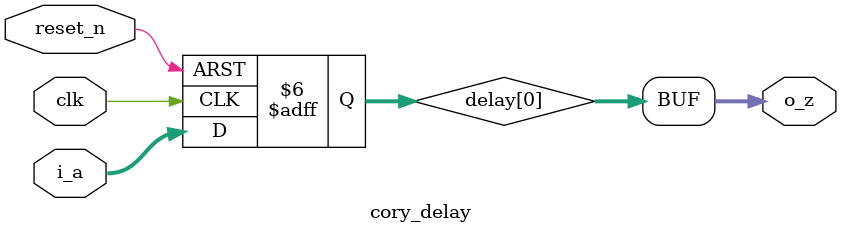
<source format=v>
`ifndef CORY_DELAY
    `define CORY_DELAY

module cory_delay #(
    parameter   N   = 8,
    parameter   D   = 1
) (
    input           clk,
    input   [N-1:0] i_a,
    output  [N-1:0] o_z,
    input           reset_n
);

reg     [N-1:0] delay[0:D-1];

always @(posedge clk or negedge reset_n) begin : p_delay
    integer i;
    if (!reset_n)
        for (i=0; i<D; i=i+1)
            delay[i]    <= {N{1'b0}};
    else begin
        for (i=D-1; i>0; i=i-1)
            delay[i]    <= delay[i-1];
        delay[0]    <= i_a;
    end
end

assign  o_z     = D == 0 ? i_a : delay[D-1];

//  `ifdef SIM
//      initial
//          if (D < 1) begin
//              $display ("ERROR:%m:D = %d not supported", D);
//              $finish;
//          end
//  `endif

endmodule

`endif

</source>
